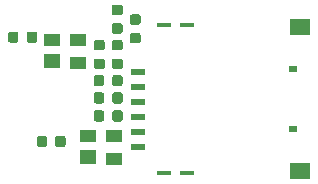
<source format=gbr>
G04 #@! TF.GenerationSoftware,KiCad,Pcbnew,(5.1.5)-3*
G04 #@! TF.CreationDate,2019-12-24T16:56:49-08:00*
G04 #@! TF.ProjectId,NBIoT Wing,4e42496f-5420-4576-996e-672e6b696361,rev?*
G04 #@! TF.SameCoordinates,Original*
G04 #@! TF.FileFunction,Paste,Bot*
G04 #@! TF.FilePolarity,Positive*
%FSLAX46Y46*%
G04 Gerber Fmt 4.6, Leading zero omitted, Abs format (unit mm)*
G04 Created by KiCad (PCBNEW (5.1.5)-3) date 2019-12-24 16:56:49*
%MOMM*%
%LPD*%
G04 APERTURE LIST*
%ADD10R,1.300000X0.450000*%
%ADD11R,1.150000X0.600000*%
%ADD12R,1.700000X1.400000*%
%ADD13R,0.800000X0.540000*%
%ADD14R,1.400000X1.200000*%
%ADD15R,1.400000X1.000000*%
%ADD16C,0.100000*%
G04 APERTURE END LIST*
D10*
X169256000Y-106600000D03*
X167256000Y-106600000D03*
X169256000Y-94060000D03*
X167256000Y-94060000D03*
D11*
X165086000Y-98005000D03*
X165086000Y-99275000D03*
X165086000Y-100545000D03*
X165086000Y-101815000D03*
X165086000Y-103085000D03*
X165086000Y-104355000D03*
D12*
X178816000Y-94220000D03*
D13*
X178236000Y-97790000D03*
D12*
X178816000Y-106420000D03*
D13*
X178236000Y-102870000D03*
D14*
X157840500Y-97036000D03*
D15*
X157840500Y-95316000D03*
X160040500Y-95316000D03*
X160040500Y-97216000D03*
D16*
G36*
X163587691Y-98268553D02*
G01*
X163608926Y-98271703D01*
X163629750Y-98276919D01*
X163649962Y-98284151D01*
X163669368Y-98293330D01*
X163687781Y-98304366D01*
X163705024Y-98317154D01*
X163720930Y-98331570D01*
X163735346Y-98347476D01*
X163748134Y-98364719D01*
X163759170Y-98383132D01*
X163768349Y-98402538D01*
X163775581Y-98422750D01*
X163780797Y-98443574D01*
X163783947Y-98464809D01*
X163785000Y-98486250D01*
X163785000Y-98998750D01*
X163783947Y-99020191D01*
X163780797Y-99041426D01*
X163775581Y-99062250D01*
X163768349Y-99082462D01*
X163759170Y-99101868D01*
X163748134Y-99120281D01*
X163735346Y-99137524D01*
X163720930Y-99153430D01*
X163705024Y-99167846D01*
X163687781Y-99180634D01*
X163669368Y-99191670D01*
X163649962Y-99200849D01*
X163629750Y-99208081D01*
X163608926Y-99213297D01*
X163587691Y-99216447D01*
X163566250Y-99217500D01*
X163128750Y-99217500D01*
X163107309Y-99216447D01*
X163086074Y-99213297D01*
X163065250Y-99208081D01*
X163045038Y-99200849D01*
X163025632Y-99191670D01*
X163007219Y-99180634D01*
X162989976Y-99167846D01*
X162974070Y-99153430D01*
X162959654Y-99137524D01*
X162946866Y-99120281D01*
X162935830Y-99101868D01*
X162926651Y-99082462D01*
X162919419Y-99062250D01*
X162914203Y-99041426D01*
X162911053Y-99020191D01*
X162910000Y-98998750D01*
X162910000Y-98486250D01*
X162911053Y-98464809D01*
X162914203Y-98443574D01*
X162919419Y-98422750D01*
X162926651Y-98402538D01*
X162935830Y-98383132D01*
X162946866Y-98364719D01*
X162959654Y-98347476D01*
X162974070Y-98331570D01*
X162989976Y-98317154D01*
X163007219Y-98304366D01*
X163025632Y-98293330D01*
X163045038Y-98284151D01*
X163065250Y-98276919D01*
X163086074Y-98271703D01*
X163107309Y-98268553D01*
X163128750Y-98267500D01*
X163566250Y-98267500D01*
X163587691Y-98268553D01*
G37*
G36*
X162012691Y-98268553D02*
G01*
X162033926Y-98271703D01*
X162054750Y-98276919D01*
X162074962Y-98284151D01*
X162094368Y-98293330D01*
X162112781Y-98304366D01*
X162130024Y-98317154D01*
X162145930Y-98331570D01*
X162160346Y-98347476D01*
X162173134Y-98364719D01*
X162184170Y-98383132D01*
X162193349Y-98402538D01*
X162200581Y-98422750D01*
X162205797Y-98443574D01*
X162208947Y-98464809D01*
X162210000Y-98486250D01*
X162210000Y-98998750D01*
X162208947Y-99020191D01*
X162205797Y-99041426D01*
X162200581Y-99062250D01*
X162193349Y-99082462D01*
X162184170Y-99101868D01*
X162173134Y-99120281D01*
X162160346Y-99137524D01*
X162145930Y-99153430D01*
X162130024Y-99167846D01*
X162112781Y-99180634D01*
X162094368Y-99191670D01*
X162074962Y-99200849D01*
X162054750Y-99208081D01*
X162033926Y-99213297D01*
X162012691Y-99216447D01*
X161991250Y-99217500D01*
X161553750Y-99217500D01*
X161532309Y-99216447D01*
X161511074Y-99213297D01*
X161490250Y-99208081D01*
X161470038Y-99200849D01*
X161450632Y-99191670D01*
X161432219Y-99180634D01*
X161414976Y-99167846D01*
X161399070Y-99153430D01*
X161384654Y-99137524D01*
X161371866Y-99120281D01*
X161360830Y-99101868D01*
X161351651Y-99082462D01*
X161344419Y-99062250D01*
X161339203Y-99041426D01*
X161336053Y-99020191D01*
X161335000Y-98998750D01*
X161335000Y-98486250D01*
X161336053Y-98464809D01*
X161339203Y-98443574D01*
X161344419Y-98422750D01*
X161351651Y-98402538D01*
X161360830Y-98383132D01*
X161371866Y-98364719D01*
X161384654Y-98347476D01*
X161399070Y-98331570D01*
X161414976Y-98317154D01*
X161432219Y-98304366D01*
X161450632Y-98293330D01*
X161470038Y-98284151D01*
X161490250Y-98276919D01*
X161511074Y-98271703D01*
X161532309Y-98268553D01*
X161553750Y-98267500D01*
X161991250Y-98267500D01*
X162012691Y-98268553D01*
G37*
G36*
X162012691Y-99729053D02*
G01*
X162033926Y-99732203D01*
X162054750Y-99737419D01*
X162074962Y-99744651D01*
X162094368Y-99753830D01*
X162112781Y-99764866D01*
X162130024Y-99777654D01*
X162145930Y-99792070D01*
X162160346Y-99807976D01*
X162173134Y-99825219D01*
X162184170Y-99843632D01*
X162193349Y-99863038D01*
X162200581Y-99883250D01*
X162205797Y-99904074D01*
X162208947Y-99925309D01*
X162210000Y-99946750D01*
X162210000Y-100459250D01*
X162208947Y-100480691D01*
X162205797Y-100501926D01*
X162200581Y-100522750D01*
X162193349Y-100542962D01*
X162184170Y-100562368D01*
X162173134Y-100580781D01*
X162160346Y-100598024D01*
X162145930Y-100613930D01*
X162130024Y-100628346D01*
X162112781Y-100641134D01*
X162094368Y-100652170D01*
X162074962Y-100661349D01*
X162054750Y-100668581D01*
X162033926Y-100673797D01*
X162012691Y-100676947D01*
X161991250Y-100678000D01*
X161553750Y-100678000D01*
X161532309Y-100676947D01*
X161511074Y-100673797D01*
X161490250Y-100668581D01*
X161470038Y-100661349D01*
X161450632Y-100652170D01*
X161432219Y-100641134D01*
X161414976Y-100628346D01*
X161399070Y-100613930D01*
X161384654Y-100598024D01*
X161371866Y-100580781D01*
X161360830Y-100562368D01*
X161351651Y-100542962D01*
X161344419Y-100522750D01*
X161339203Y-100501926D01*
X161336053Y-100480691D01*
X161335000Y-100459250D01*
X161335000Y-99946750D01*
X161336053Y-99925309D01*
X161339203Y-99904074D01*
X161344419Y-99883250D01*
X161351651Y-99863038D01*
X161360830Y-99843632D01*
X161371866Y-99825219D01*
X161384654Y-99807976D01*
X161399070Y-99792070D01*
X161414976Y-99777654D01*
X161432219Y-99764866D01*
X161450632Y-99753830D01*
X161470038Y-99744651D01*
X161490250Y-99737419D01*
X161511074Y-99732203D01*
X161532309Y-99729053D01*
X161553750Y-99728000D01*
X161991250Y-99728000D01*
X162012691Y-99729053D01*
G37*
G36*
X163587691Y-99729053D02*
G01*
X163608926Y-99732203D01*
X163629750Y-99737419D01*
X163649962Y-99744651D01*
X163669368Y-99753830D01*
X163687781Y-99764866D01*
X163705024Y-99777654D01*
X163720930Y-99792070D01*
X163735346Y-99807976D01*
X163748134Y-99825219D01*
X163759170Y-99843632D01*
X163768349Y-99863038D01*
X163775581Y-99883250D01*
X163780797Y-99904074D01*
X163783947Y-99925309D01*
X163785000Y-99946750D01*
X163785000Y-100459250D01*
X163783947Y-100480691D01*
X163780797Y-100501926D01*
X163775581Y-100522750D01*
X163768349Y-100542962D01*
X163759170Y-100562368D01*
X163748134Y-100580781D01*
X163735346Y-100598024D01*
X163720930Y-100613930D01*
X163705024Y-100628346D01*
X163687781Y-100641134D01*
X163669368Y-100652170D01*
X163649962Y-100661349D01*
X163629750Y-100668581D01*
X163608926Y-100673797D01*
X163587691Y-100676947D01*
X163566250Y-100678000D01*
X163128750Y-100678000D01*
X163107309Y-100676947D01*
X163086074Y-100673797D01*
X163065250Y-100668581D01*
X163045038Y-100661349D01*
X163025632Y-100652170D01*
X163007219Y-100641134D01*
X162989976Y-100628346D01*
X162974070Y-100613930D01*
X162959654Y-100598024D01*
X162946866Y-100580781D01*
X162935830Y-100562368D01*
X162926651Y-100542962D01*
X162919419Y-100522750D01*
X162914203Y-100501926D01*
X162911053Y-100480691D01*
X162910000Y-100459250D01*
X162910000Y-99946750D01*
X162911053Y-99925309D01*
X162914203Y-99904074D01*
X162919419Y-99883250D01*
X162926651Y-99863038D01*
X162935830Y-99843632D01*
X162946866Y-99825219D01*
X162959654Y-99807976D01*
X162974070Y-99792070D01*
X162989976Y-99777654D01*
X163007219Y-99764866D01*
X163025632Y-99753830D01*
X163045038Y-99744651D01*
X163065250Y-99737419D01*
X163086074Y-99732203D01*
X163107309Y-99729053D01*
X163128750Y-99728000D01*
X163566250Y-99728000D01*
X163587691Y-99729053D01*
G37*
G36*
X165123691Y-94712053D02*
G01*
X165144926Y-94715203D01*
X165165750Y-94720419D01*
X165185962Y-94727651D01*
X165205368Y-94736830D01*
X165223781Y-94747866D01*
X165241024Y-94760654D01*
X165256930Y-94775070D01*
X165271346Y-94790976D01*
X165284134Y-94808219D01*
X165295170Y-94826632D01*
X165304349Y-94846038D01*
X165311581Y-94866250D01*
X165316797Y-94887074D01*
X165319947Y-94908309D01*
X165321000Y-94929750D01*
X165321000Y-95367250D01*
X165319947Y-95388691D01*
X165316797Y-95409926D01*
X165311581Y-95430750D01*
X165304349Y-95450962D01*
X165295170Y-95470368D01*
X165284134Y-95488781D01*
X165271346Y-95506024D01*
X165256930Y-95521930D01*
X165241024Y-95536346D01*
X165223781Y-95549134D01*
X165205368Y-95560170D01*
X165185962Y-95569349D01*
X165165750Y-95576581D01*
X165144926Y-95581797D01*
X165123691Y-95584947D01*
X165102250Y-95586000D01*
X164589750Y-95586000D01*
X164568309Y-95584947D01*
X164547074Y-95581797D01*
X164526250Y-95576581D01*
X164506038Y-95569349D01*
X164486632Y-95560170D01*
X164468219Y-95549134D01*
X164450976Y-95536346D01*
X164435070Y-95521930D01*
X164420654Y-95506024D01*
X164407866Y-95488781D01*
X164396830Y-95470368D01*
X164387651Y-95450962D01*
X164380419Y-95430750D01*
X164375203Y-95409926D01*
X164372053Y-95388691D01*
X164371000Y-95367250D01*
X164371000Y-94929750D01*
X164372053Y-94908309D01*
X164375203Y-94887074D01*
X164380419Y-94866250D01*
X164387651Y-94846038D01*
X164396830Y-94826632D01*
X164407866Y-94808219D01*
X164420654Y-94790976D01*
X164435070Y-94775070D01*
X164450976Y-94760654D01*
X164468219Y-94747866D01*
X164486632Y-94736830D01*
X164506038Y-94727651D01*
X164526250Y-94720419D01*
X164547074Y-94715203D01*
X164568309Y-94712053D01*
X164589750Y-94711000D01*
X165102250Y-94711000D01*
X165123691Y-94712053D01*
G37*
G36*
X165123691Y-93137053D02*
G01*
X165144926Y-93140203D01*
X165165750Y-93145419D01*
X165185962Y-93152651D01*
X165205368Y-93161830D01*
X165223781Y-93172866D01*
X165241024Y-93185654D01*
X165256930Y-93200070D01*
X165271346Y-93215976D01*
X165284134Y-93233219D01*
X165295170Y-93251632D01*
X165304349Y-93271038D01*
X165311581Y-93291250D01*
X165316797Y-93312074D01*
X165319947Y-93333309D01*
X165321000Y-93354750D01*
X165321000Y-93792250D01*
X165319947Y-93813691D01*
X165316797Y-93834926D01*
X165311581Y-93855750D01*
X165304349Y-93875962D01*
X165295170Y-93895368D01*
X165284134Y-93913781D01*
X165271346Y-93931024D01*
X165256930Y-93946930D01*
X165241024Y-93961346D01*
X165223781Y-93974134D01*
X165205368Y-93985170D01*
X165185962Y-93994349D01*
X165165750Y-94001581D01*
X165144926Y-94006797D01*
X165123691Y-94009947D01*
X165102250Y-94011000D01*
X164589750Y-94011000D01*
X164568309Y-94009947D01*
X164547074Y-94006797D01*
X164526250Y-94001581D01*
X164506038Y-93994349D01*
X164486632Y-93985170D01*
X164468219Y-93974134D01*
X164450976Y-93961346D01*
X164435070Y-93946930D01*
X164420654Y-93931024D01*
X164407866Y-93913781D01*
X164396830Y-93895368D01*
X164387651Y-93875962D01*
X164380419Y-93855750D01*
X164375203Y-93834926D01*
X164372053Y-93813691D01*
X164371000Y-93792250D01*
X164371000Y-93354750D01*
X164372053Y-93333309D01*
X164375203Y-93312074D01*
X164380419Y-93291250D01*
X164387651Y-93271038D01*
X164396830Y-93251632D01*
X164407866Y-93233219D01*
X164420654Y-93215976D01*
X164435070Y-93200070D01*
X164450976Y-93185654D01*
X164468219Y-93172866D01*
X164486632Y-93161830D01*
X164506038Y-93152651D01*
X164526250Y-93145419D01*
X164547074Y-93140203D01*
X164568309Y-93137053D01*
X164589750Y-93136000D01*
X165102250Y-93136000D01*
X165123691Y-93137053D01*
G37*
G36*
X162012691Y-101253053D02*
G01*
X162033926Y-101256203D01*
X162054750Y-101261419D01*
X162074962Y-101268651D01*
X162094368Y-101277830D01*
X162112781Y-101288866D01*
X162130024Y-101301654D01*
X162145930Y-101316070D01*
X162160346Y-101331976D01*
X162173134Y-101349219D01*
X162184170Y-101367632D01*
X162193349Y-101387038D01*
X162200581Y-101407250D01*
X162205797Y-101428074D01*
X162208947Y-101449309D01*
X162210000Y-101470750D01*
X162210000Y-101983250D01*
X162208947Y-102004691D01*
X162205797Y-102025926D01*
X162200581Y-102046750D01*
X162193349Y-102066962D01*
X162184170Y-102086368D01*
X162173134Y-102104781D01*
X162160346Y-102122024D01*
X162145930Y-102137930D01*
X162130024Y-102152346D01*
X162112781Y-102165134D01*
X162094368Y-102176170D01*
X162074962Y-102185349D01*
X162054750Y-102192581D01*
X162033926Y-102197797D01*
X162012691Y-102200947D01*
X161991250Y-102202000D01*
X161553750Y-102202000D01*
X161532309Y-102200947D01*
X161511074Y-102197797D01*
X161490250Y-102192581D01*
X161470038Y-102185349D01*
X161450632Y-102176170D01*
X161432219Y-102165134D01*
X161414976Y-102152346D01*
X161399070Y-102137930D01*
X161384654Y-102122024D01*
X161371866Y-102104781D01*
X161360830Y-102086368D01*
X161351651Y-102066962D01*
X161344419Y-102046750D01*
X161339203Y-102025926D01*
X161336053Y-102004691D01*
X161335000Y-101983250D01*
X161335000Y-101470750D01*
X161336053Y-101449309D01*
X161339203Y-101428074D01*
X161344419Y-101407250D01*
X161351651Y-101387038D01*
X161360830Y-101367632D01*
X161371866Y-101349219D01*
X161384654Y-101331976D01*
X161399070Y-101316070D01*
X161414976Y-101301654D01*
X161432219Y-101288866D01*
X161450632Y-101277830D01*
X161470038Y-101268651D01*
X161490250Y-101261419D01*
X161511074Y-101256203D01*
X161532309Y-101253053D01*
X161553750Y-101252000D01*
X161991250Y-101252000D01*
X162012691Y-101253053D01*
G37*
G36*
X163587691Y-101253053D02*
G01*
X163608926Y-101256203D01*
X163629750Y-101261419D01*
X163649962Y-101268651D01*
X163669368Y-101277830D01*
X163687781Y-101288866D01*
X163705024Y-101301654D01*
X163720930Y-101316070D01*
X163735346Y-101331976D01*
X163748134Y-101349219D01*
X163759170Y-101367632D01*
X163768349Y-101387038D01*
X163775581Y-101407250D01*
X163780797Y-101428074D01*
X163783947Y-101449309D01*
X163785000Y-101470750D01*
X163785000Y-101983250D01*
X163783947Y-102004691D01*
X163780797Y-102025926D01*
X163775581Y-102046750D01*
X163768349Y-102066962D01*
X163759170Y-102086368D01*
X163748134Y-102104781D01*
X163735346Y-102122024D01*
X163720930Y-102137930D01*
X163705024Y-102152346D01*
X163687781Y-102165134D01*
X163669368Y-102176170D01*
X163649962Y-102185349D01*
X163629750Y-102192581D01*
X163608926Y-102197797D01*
X163587691Y-102200947D01*
X163566250Y-102202000D01*
X163128750Y-102202000D01*
X163107309Y-102200947D01*
X163086074Y-102197797D01*
X163065250Y-102192581D01*
X163045038Y-102185349D01*
X163025632Y-102176170D01*
X163007219Y-102165134D01*
X162989976Y-102152346D01*
X162974070Y-102137930D01*
X162959654Y-102122024D01*
X162946866Y-102104781D01*
X162935830Y-102086368D01*
X162926651Y-102066962D01*
X162919419Y-102046750D01*
X162914203Y-102025926D01*
X162911053Y-102004691D01*
X162910000Y-101983250D01*
X162910000Y-101470750D01*
X162911053Y-101449309D01*
X162914203Y-101428074D01*
X162919419Y-101407250D01*
X162926651Y-101387038D01*
X162935830Y-101367632D01*
X162946866Y-101349219D01*
X162959654Y-101331976D01*
X162974070Y-101316070D01*
X162989976Y-101301654D01*
X163007219Y-101288866D01*
X163025632Y-101277830D01*
X163045038Y-101268651D01*
X163065250Y-101261419D01*
X163086074Y-101256203D01*
X163107309Y-101253053D01*
X163128750Y-101252000D01*
X163566250Y-101252000D01*
X163587691Y-101253053D01*
G37*
G36*
X154773691Y-94585553D02*
G01*
X154794926Y-94588703D01*
X154815750Y-94593919D01*
X154835962Y-94601151D01*
X154855368Y-94610330D01*
X154873781Y-94621366D01*
X154891024Y-94634154D01*
X154906930Y-94648570D01*
X154921346Y-94664476D01*
X154934134Y-94681719D01*
X154945170Y-94700132D01*
X154954349Y-94719538D01*
X154961581Y-94739750D01*
X154966797Y-94760574D01*
X154969947Y-94781809D01*
X154971000Y-94803250D01*
X154971000Y-95315750D01*
X154969947Y-95337191D01*
X154966797Y-95358426D01*
X154961581Y-95379250D01*
X154954349Y-95399462D01*
X154945170Y-95418868D01*
X154934134Y-95437281D01*
X154921346Y-95454524D01*
X154906930Y-95470430D01*
X154891024Y-95484846D01*
X154873781Y-95497634D01*
X154855368Y-95508670D01*
X154835962Y-95517849D01*
X154815750Y-95525081D01*
X154794926Y-95530297D01*
X154773691Y-95533447D01*
X154752250Y-95534500D01*
X154314750Y-95534500D01*
X154293309Y-95533447D01*
X154272074Y-95530297D01*
X154251250Y-95525081D01*
X154231038Y-95517849D01*
X154211632Y-95508670D01*
X154193219Y-95497634D01*
X154175976Y-95484846D01*
X154160070Y-95470430D01*
X154145654Y-95454524D01*
X154132866Y-95437281D01*
X154121830Y-95418868D01*
X154112651Y-95399462D01*
X154105419Y-95379250D01*
X154100203Y-95358426D01*
X154097053Y-95337191D01*
X154096000Y-95315750D01*
X154096000Y-94803250D01*
X154097053Y-94781809D01*
X154100203Y-94760574D01*
X154105419Y-94739750D01*
X154112651Y-94719538D01*
X154121830Y-94700132D01*
X154132866Y-94681719D01*
X154145654Y-94664476D01*
X154160070Y-94648570D01*
X154175976Y-94634154D01*
X154193219Y-94621366D01*
X154211632Y-94610330D01*
X154231038Y-94601151D01*
X154251250Y-94593919D01*
X154272074Y-94588703D01*
X154293309Y-94585553D01*
X154314750Y-94584500D01*
X154752250Y-94584500D01*
X154773691Y-94585553D01*
G37*
G36*
X156348691Y-94585553D02*
G01*
X156369926Y-94588703D01*
X156390750Y-94593919D01*
X156410962Y-94601151D01*
X156430368Y-94610330D01*
X156448781Y-94621366D01*
X156466024Y-94634154D01*
X156481930Y-94648570D01*
X156496346Y-94664476D01*
X156509134Y-94681719D01*
X156520170Y-94700132D01*
X156529349Y-94719538D01*
X156536581Y-94739750D01*
X156541797Y-94760574D01*
X156544947Y-94781809D01*
X156546000Y-94803250D01*
X156546000Y-95315750D01*
X156544947Y-95337191D01*
X156541797Y-95358426D01*
X156536581Y-95379250D01*
X156529349Y-95399462D01*
X156520170Y-95418868D01*
X156509134Y-95437281D01*
X156496346Y-95454524D01*
X156481930Y-95470430D01*
X156466024Y-95484846D01*
X156448781Y-95497634D01*
X156430368Y-95508670D01*
X156410962Y-95517849D01*
X156390750Y-95525081D01*
X156369926Y-95530297D01*
X156348691Y-95533447D01*
X156327250Y-95534500D01*
X155889750Y-95534500D01*
X155868309Y-95533447D01*
X155847074Y-95530297D01*
X155826250Y-95525081D01*
X155806038Y-95517849D01*
X155786632Y-95508670D01*
X155768219Y-95497634D01*
X155750976Y-95484846D01*
X155735070Y-95470430D01*
X155720654Y-95454524D01*
X155707866Y-95437281D01*
X155696830Y-95418868D01*
X155687651Y-95399462D01*
X155680419Y-95379250D01*
X155675203Y-95358426D01*
X155672053Y-95337191D01*
X155671000Y-95315750D01*
X155671000Y-94803250D01*
X155672053Y-94781809D01*
X155675203Y-94760574D01*
X155680419Y-94739750D01*
X155687651Y-94719538D01*
X155696830Y-94700132D01*
X155707866Y-94681719D01*
X155720654Y-94664476D01*
X155735070Y-94648570D01*
X155750976Y-94634154D01*
X155768219Y-94621366D01*
X155786632Y-94610330D01*
X155806038Y-94601151D01*
X155826250Y-94593919D01*
X155847074Y-94588703D01*
X155868309Y-94585553D01*
X155889750Y-94584500D01*
X156327250Y-94584500D01*
X156348691Y-94585553D01*
G37*
D15*
X163025000Y-105344000D03*
X163025000Y-103444000D03*
X160825000Y-103444000D03*
D14*
X160825000Y-105164000D03*
D16*
G36*
X157186691Y-103412053D02*
G01*
X157207926Y-103415203D01*
X157228750Y-103420419D01*
X157248962Y-103427651D01*
X157268368Y-103436830D01*
X157286781Y-103447866D01*
X157304024Y-103460654D01*
X157319930Y-103475070D01*
X157334346Y-103490976D01*
X157347134Y-103508219D01*
X157358170Y-103526632D01*
X157367349Y-103546038D01*
X157374581Y-103566250D01*
X157379797Y-103587074D01*
X157382947Y-103608309D01*
X157384000Y-103629750D01*
X157384000Y-104142250D01*
X157382947Y-104163691D01*
X157379797Y-104184926D01*
X157374581Y-104205750D01*
X157367349Y-104225962D01*
X157358170Y-104245368D01*
X157347134Y-104263781D01*
X157334346Y-104281024D01*
X157319930Y-104296930D01*
X157304024Y-104311346D01*
X157286781Y-104324134D01*
X157268368Y-104335170D01*
X157248962Y-104344349D01*
X157228750Y-104351581D01*
X157207926Y-104356797D01*
X157186691Y-104359947D01*
X157165250Y-104361000D01*
X156727750Y-104361000D01*
X156706309Y-104359947D01*
X156685074Y-104356797D01*
X156664250Y-104351581D01*
X156644038Y-104344349D01*
X156624632Y-104335170D01*
X156606219Y-104324134D01*
X156588976Y-104311346D01*
X156573070Y-104296930D01*
X156558654Y-104281024D01*
X156545866Y-104263781D01*
X156534830Y-104245368D01*
X156525651Y-104225962D01*
X156518419Y-104205750D01*
X156513203Y-104184926D01*
X156510053Y-104163691D01*
X156509000Y-104142250D01*
X156509000Y-103629750D01*
X156510053Y-103608309D01*
X156513203Y-103587074D01*
X156518419Y-103566250D01*
X156525651Y-103546038D01*
X156534830Y-103526632D01*
X156545866Y-103508219D01*
X156558654Y-103490976D01*
X156573070Y-103475070D01*
X156588976Y-103460654D01*
X156606219Y-103447866D01*
X156624632Y-103436830D01*
X156644038Y-103427651D01*
X156664250Y-103420419D01*
X156685074Y-103415203D01*
X156706309Y-103412053D01*
X156727750Y-103411000D01*
X157165250Y-103411000D01*
X157186691Y-103412053D01*
G37*
G36*
X158761691Y-103412053D02*
G01*
X158782926Y-103415203D01*
X158803750Y-103420419D01*
X158823962Y-103427651D01*
X158843368Y-103436830D01*
X158861781Y-103447866D01*
X158879024Y-103460654D01*
X158894930Y-103475070D01*
X158909346Y-103490976D01*
X158922134Y-103508219D01*
X158933170Y-103526632D01*
X158942349Y-103546038D01*
X158949581Y-103566250D01*
X158954797Y-103587074D01*
X158957947Y-103608309D01*
X158959000Y-103629750D01*
X158959000Y-104142250D01*
X158957947Y-104163691D01*
X158954797Y-104184926D01*
X158949581Y-104205750D01*
X158942349Y-104225962D01*
X158933170Y-104245368D01*
X158922134Y-104263781D01*
X158909346Y-104281024D01*
X158894930Y-104296930D01*
X158879024Y-104311346D01*
X158861781Y-104324134D01*
X158843368Y-104335170D01*
X158823962Y-104344349D01*
X158803750Y-104351581D01*
X158782926Y-104356797D01*
X158761691Y-104359947D01*
X158740250Y-104361000D01*
X158302750Y-104361000D01*
X158281309Y-104359947D01*
X158260074Y-104356797D01*
X158239250Y-104351581D01*
X158219038Y-104344349D01*
X158199632Y-104335170D01*
X158181219Y-104324134D01*
X158163976Y-104311346D01*
X158148070Y-104296930D01*
X158133654Y-104281024D01*
X158120866Y-104263781D01*
X158109830Y-104245368D01*
X158100651Y-104225962D01*
X158093419Y-104205750D01*
X158088203Y-104184926D01*
X158085053Y-104163691D01*
X158084000Y-104142250D01*
X158084000Y-103629750D01*
X158085053Y-103608309D01*
X158088203Y-103587074D01*
X158093419Y-103566250D01*
X158100651Y-103546038D01*
X158109830Y-103526632D01*
X158120866Y-103508219D01*
X158133654Y-103490976D01*
X158148070Y-103475070D01*
X158163976Y-103460654D01*
X158181219Y-103447866D01*
X158199632Y-103436830D01*
X158219038Y-103427651D01*
X158239250Y-103420419D01*
X158260074Y-103415203D01*
X158281309Y-103412053D01*
X158302750Y-103411000D01*
X158740250Y-103411000D01*
X158761691Y-103412053D01*
G37*
G36*
X163599691Y-93886553D02*
G01*
X163620926Y-93889703D01*
X163641750Y-93894919D01*
X163661962Y-93902151D01*
X163681368Y-93911330D01*
X163699781Y-93922366D01*
X163717024Y-93935154D01*
X163732930Y-93949570D01*
X163747346Y-93965476D01*
X163760134Y-93982719D01*
X163771170Y-94001132D01*
X163780349Y-94020538D01*
X163787581Y-94040750D01*
X163792797Y-94061574D01*
X163795947Y-94082809D01*
X163797000Y-94104250D01*
X163797000Y-94541750D01*
X163795947Y-94563191D01*
X163792797Y-94584426D01*
X163787581Y-94605250D01*
X163780349Y-94625462D01*
X163771170Y-94644868D01*
X163760134Y-94663281D01*
X163747346Y-94680524D01*
X163732930Y-94696430D01*
X163717024Y-94710846D01*
X163699781Y-94723634D01*
X163681368Y-94734670D01*
X163661962Y-94743849D01*
X163641750Y-94751081D01*
X163620926Y-94756297D01*
X163599691Y-94759447D01*
X163578250Y-94760500D01*
X163065750Y-94760500D01*
X163044309Y-94759447D01*
X163023074Y-94756297D01*
X163002250Y-94751081D01*
X162982038Y-94743849D01*
X162962632Y-94734670D01*
X162944219Y-94723634D01*
X162926976Y-94710846D01*
X162911070Y-94696430D01*
X162896654Y-94680524D01*
X162883866Y-94663281D01*
X162872830Y-94644868D01*
X162863651Y-94625462D01*
X162856419Y-94605250D01*
X162851203Y-94584426D01*
X162848053Y-94563191D01*
X162847000Y-94541750D01*
X162847000Y-94104250D01*
X162848053Y-94082809D01*
X162851203Y-94061574D01*
X162856419Y-94040750D01*
X162863651Y-94020538D01*
X162872830Y-94001132D01*
X162883866Y-93982719D01*
X162896654Y-93965476D01*
X162911070Y-93949570D01*
X162926976Y-93935154D01*
X162944219Y-93922366D01*
X162962632Y-93911330D01*
X162982038Y-93902151D01*
X163002250Y-93894919D01*
X163023074Y-93889703D01*
X163044309Y-93886553D01*
X163065750Y-93885500D01*
X163578250Y-93885500D01*
X163599691Y-93886553D01*
G37*
G36*
X163599691Y-92311553D02*
G01*
X163620926Y-92314703D01*
X163641750Y-92319919D01*
X163661962Y-92327151D01*
X163681368Y-92336330D01*
X163699781Y-92347366D01*
X163717024Y-92360154D01*
X163732930Y-92374570D01*
X163747346Y-92390476D01*
X163760134Y-92407719D01*
X163771170Y-92426132D01*
X163780349Y-92445538D01*
X163787581Y-92465750D01*
X163792797Y-92486574D01*
X163795947Y-92507809D01*
X163797000Y-92529250D01*
X163797000Y-92966750D01*
X163795947Y-92988191D01*
X163792797Y-93009426D01*
X163787581Y-93030250D01*
X163780349Y-93050462D01*
X163771170Y-93069868D01*
X163760134Y-93088281D01*
X163747346Y-93105524D01*
X163732930Y-93121430D01*
X163717024Y-93135846D01*
X163699781Y-93148634D01*
X163681368Y-93159670D01*
X163661962Y-93168849D01*
X163641750Y-93176081D01*
X163620926Y-93181297D01*
X163599691Y-93184447D01*
X163578250Y-93185500D01*
X163065750Y-93185500D01*
X163044309Y-93184447D01*
X163023074Y-93181297D01*
X163002250Y-93176081D01*
X162982038Y-93168849D01*
X162962632Y-93159670D01*
X162944219Y-93148634D01*
X162926976Y-93135846D01*
X162911070Y-93121430D01*
X162896654Y-93105524D01*
X162883866Y-93088281D01*
X162872830Y-93069868D01*
X162863651Y-93050462D01*
X162856419Y-93030250D01*
X162851203Y-93009426D01*
X162848053Y-92988191D01*
X162847000Y-92966750D01*
X162847000Y-92529250D01*
X162848053Y-92507809D01*
X162851203Y-92486574D01*
X162856419Y-92465750D01*
X162863651Y-92445538D01*
X162872830Y-92426132D01*
X162883866Y-92407719D01*
X162896654Y-92390476D01*
X162911070Y-92374570D01*
X162926976Y-92360154D01*
X162944219Y-92347366D01*
X162962632Y-92336330D01*
X162982038Y-92327151D01*
X163002250Y-92319919D01*
X163023074Y-92314703D01*
X163044309Y-92311553D01*
X163065750Y-92310500D01*
X163578250Y-92310500D01*
X163599691Y-92311553D01*
G37*
G36*
X163599691Y-96871053D02*
G01*
X163620926Y-96874203D01*
X163641750Y-96879419D01*
X163661962Y-96886651D01*
X163681368Y-96895830D01*
X163699781Y-96906866D01*
X163717024Y-96919654D01*
X163732930Y-96934070D01*
X163747346Y-96949976D01*
X163760134Y-96967219D01*
X163771170Y-96985632D01*
X163780349Y-97005038D01*
X163787581Y-97025250D01*
X163792797Y-97046074D01*
X163795947Y-97067309D01*
X163797000Y-97088750D01*
X163797000Y-97526250D01*
X163795947Y-97547691D01*
X163792797Y-97568926D01*
X163787581Y-97589750D01*
X163780349Y-97609962D01*
X163771170Y-97629368D01*
X163760134Y-97647781D01*
X163747346Y-97665024D01*
X163732930Y-97680930D01*
X163717024Y-97695346D01*
X163699781Y-97708134D01*
X163681368Y-97719170D01*
X163661962Y-97728349D01*
X163641750Y-97735581D01*
X163620926Y-97740797D01*
X163599691Y-97743947D01*
X163578250Y-97745000D01*
X163065750Y-97745000D01*
X163044309Y-97743947D01*
X163023074Y-97740797D01*
X163002250Y-97735581D01*
X162982038Y-97728349D01*
X162962632Y-97719170D01*
X162944219Y-97708134D01*
X162926976Y-97695346D01*
X162911070Y-97680930D01*
X162896654Y-97665024D01*
X162883866Y-97647781D01*
X162872830Y-97629368D01*
X162863651Y-97609962D01*
X162856419Y-97589750D01*
X162851203Y-97568926D01*
X162848053Y-97547691D01*
X162847000Y-97526250D01*
X162847000Y-97088750D01*
X162848053Y-97067309D01*
X162851203Y-97046074D01*
X162856419Y-97025250D01*
X162863651Y-97005038D01*
X162872830Y-96985632D01*
X162883866Y-96967219D01*
X162896654Y-96949976D01*
X162911070Y-96934070D01*
X162926976Y-96919654D01*
X162944219Y-96906866D01*
X162962632Y-96895830D01*
X162982038Y-96886651D01*
X163002250Y-96879419D01*
X163023074Y-96874203D01*
X163044309Y-96871053D01*
X163065750Y-96870000D01*
X163578250Y-96870000D01*
X163599691Y-96871053D01*
G37*
G36*
X163599691Y-95296053D02*
G01*
X163620926Y-95299203D01*
X163641750Y-95304419D01*
X163661962Y-95311651D01*
X163681368Y-95320830D01*
X163699781Y-95331866D01*
X163717024Y-95344654D01*
X163732930Y-95359070D01*
X163747346Y-95374976D01*
X163760134Y-95392219D01*
X163771170Y-95410632D01*
X163780349Y-95430038D01*
X163787581Y-95450250D01*
X163792797Y-95471074D01*
X163795947Y-95492309D01*
X163797000Y-95513750D01*
X163797000Y-95951250D01*
X163795947Y-95972691D01*
X163792797Y-95993926D01*
X163787581Y-96014750D01*
X163780349Y-96034962D01*
X163771170Y-96054368D01*
X163760134Y-96072781D01*
X163747346Y-96090024D01*
X163732930Y-96105930D01*
X163717024Y-96120346D01*
X163699781Y-96133134D01*
X163681368Y-96144170D01*
X163661962Y-96153349D01*
X163641750Y-96160581D01*
X163620926Y-96165797D01*
X163599691Y-96168947D01*
X163578250Y-96170000D01*
X163065750Y-96170000D01*
X163044309Y-96168947D01*
X163023074Y-96165797D01*
X163002250Y-96160581D01*
X162982038Y-96153349D01*
X162962632Y-96144170D01*
X162944219Y-96133134D01*
X162926976Y-96120346D01*
X162911070Y-96105930D01*
X162896654Y-96090024D01*
X162883866Y-96072781D01*
X162872830Y-96054368D01*
X162863651Y-96034962D01*
X162856419Y-96014750D01*
X162851203Y-95993926D01*
X162848053Y-95972691D01*
X162847000Y-95951250D01*
X162847000Y-95513750D01*
X162848053Y-95492309D01*
X162851203Y-95471074D01*
X162856419Y-95450250D01*
X162863651Y-95430038D01*
X162872830Y-95410632D01*
X162883866Y-95392219D01*
X162896654Y-95374976D01*
X162911070Y-95359070D01*
X162926976Y-95344654D01*
X162944219Y-95331866D01*
X162962632Y-95320830D01*
X162982038Y-95311651D01*
X163002250Y-95304419D01*
X163023074Y-95299203D01*
X163044309Y-95296053D01*
X163065750Y-95295000D01*
X163578250Y-95295000D01*
X163599691Y-95296053D01*
G37*
G36*
X162075691Y-95296053D02*
G01*
X162096926Y-95299203D01*
X162117750Y-95304419D01*
X162137962Y-95311651D01*
X162157368Y-95320830D01*
X162175781Y-95331866D01*
X162193024Y-95344654D01*
X162208930Y-95359070D01*
X162223346Y-95374976D01*
X162236134Y-95392219D01*
X162247170Y-95410632D01*
X162256349Y-95430038D01*
X162263581Y-95450250D01*
X162268797Y-95471074D01*
X162271947Y-95492309D01*
X162273000Y-95513750D01*
X162273000Y-95951250D01*
X162271947Y-95972691D01*
X162268797Y-95993926D01*
X162263581Y-96014750D01*
X162256349Y-96034962D01*
X162247170Y-96054368D01*
X162236134Y-96072781D01*
X162223346Y-96090024D01*
X162208930Y-96105930D01*
X162193024Y-96120346D01*
X162175781Y-96133134D01*
X162157368Y-96144170D01*
X162137962Y-96153349D01*
X162117750Y-96160581D01*
X162096926Y-96165797D01*
X162075691Y-96168947D01*
X162054250Y-96170000D01*
X161541750Y-96170000D01*
X161520309Y-96168947D01*
X161499074Y-96165797D01*
X161478250Y-96160581D01*
X161458038Y-96153349D01*
X161438632Y-96144170D01*
X161420219Y-96133134D01*
X161402976Y-96120346D01*
X161387070Y-96105930D01*
X161372654Y-96090024D01*
X161359866Y-96072781D01*
X161348830Y-96054368D01*
X161339651Y-96034962D01*
X161332419Y-96014750D01*
X161327203Y-95993926D01*
X161324053Y-95972691D01*
X161323000Y-95951250D01*
X161323000Y-95513750D01*
X161324053Y-95492309D01*
X161327203Y-95471074D01*
X161332419Y-95450250D01*
X161339651Y-95430038D01*
X161348830Y-95410632D01*
X161359866Y-95392219D01*
X161372654Y-95374976D01*
X161387070Y-95359070D01*
X161402976Y-95344654D01*
X161420219Y-95331866D01*
X161438632Y-95320830D01*
X161458038Y-95311651D01*
X161478250Y-95304419D01*
X161499074Y-95299203D01*
X161520309Y-95296053D01*
X161541750Y-95295000D01*
X162054250Y-95295000D01*
X162075691Y-95296053D01*
G37*
G36*
X162075691Y-96871053D02*
G01*
X162096926Y-96874203D01*
X162117750Y-96879419D01*
X162137962Y-96886651D01*
X162157368Y-96895830D01*
X162175781Y-96906866D01*
X162193024Y-96919654D01*
X162208930Y-96934070D01*
X162223346Y-96949976D01*
X162236134Y-96967219D01*
X162247170Y-96985632D01*
X162256349Y-97005038D01*
X162263581Y-97025250D01*
X162268797Y-97046074D01*
X162271947Y-97067309D01*
X162273000Y-97088750D01*
X162273000Y-97526250D01*
X162271947Y-97547691D01*
X162268797Y-97568926D01*
X162263581Y-97589750D01*
X162256349Y-97609962D01*
X162247170Y-97629368D01*
X162236134Y-97647781D01*
X162223346Y-97665024D01*
X162208930Y-97680930D01*
X162193024Y-97695346D01*
X162175781Y-97708134D01*
X162157368Y-97719170D01*
X162137962Y-97728349D01*
X162117750Y-97735581D01*
X162096926Y-97740797D01*
X162075691Y-97743947D01*
X162054250Y-97745000D01*
X161541750Y-97745000D01*
X161520309Y-97743947D01*
X161499074Y-97740797D01*
X161478250Y-97735581D01*
X161458038Y-97728349D01*
X161438632Y-97719170D01*
X161420219Y-97708134D01*
X161402976Y-97695346D01*
X161387070Y-97680930D01*
X161372654Y-97665024D01*
X161359866Y-97647781D01*
X161348830Y-97629368D01*
X161339651Y-97609962D01*
X161332419Y-97589750D01*
X161327203Y-97568926D01*
X161324053Y-97547691D01*
X161323000Y-97526250D01*
X161323000Y-97088750D01*
X161324053Y-97067309D01*
X161327203Y-97046074D01*
X161332419Y-97025250D01*
X161339651Y-97005038D01*
X161348830Y-96985632D01*
X161359866Y-96967219D01*
X161372654Y-96949976D01*
X161387070Y-96934070D01*
X161402976Y-96919654D01*
X161420219Y-96906866D01*
X161438632Y-96895830D01*
X161458038Y-96886651D01*
X161478250Y-96879419D01*
X161499074Y-96874203D01*
X161520309Y-96871053D01*
X161541750Y-96870000D01*
X162054250Y-96870000D01*
X162075691Y-96871053D01*
G37*
M02*

</source>
